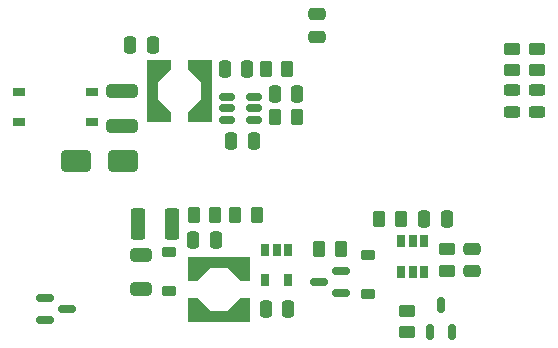
<source format=gbr>
%TF.GenerationSoftware,KiCad,Pcbnew,7.0.10*%
%TF.CreationDate,2024-01-26T14:27:53+11:00*%
%TF.ProjectId,cptibp8-pcb,63707469-6270-4382-9d70-63622e6b6963,rev?*%
%TF.SameCoordinates,Original*%
%TF.FileFunction,Paste,Bot*%
%TF.FilePolarity,Positive*%
%FSLAX46Y46*%
G04 Gerber Fmt 4.6, Leading zero omitted, Abs format (unit mm)*
G04 Created by KiCad (PCBNEW 7.0.10) date 2024-01-26 14:27:53*
%MOMM*%
%LPD*%
G01*
G04 APERTURE LIST*
G04 Aperture macros list*
%AMRoundRect*
0 Rectangle with rounded corners*
0 $1 Rounding radius*
0 $2 $3 $4 $5 $6 $7 $8 $9 X,Y pos of 4 corners*
0 Add a 4 corners polygon primitive as box body*
4,1,4,$2,$3,$4,$5,$6,$7,$8,$9,$2,$3,0*
0 Add four circle primitives for the rounded corners*
1,1,$1+$1,$2,$3*
1,1,$1+$1,$4,$5*
1,1,$1+$1,$6,$7*
1,1,$1+$1,$8,$9*
0 Add four rect primitives between the rounded corners*
20,1,$1+$1,$2,$3,$4,$5,0*
20,1,$1+$1,$4,$5,$6,$7,0*
20,1,$1+$1,$6,$7,$8,$9,0*
20,1,$1+$1,$8,$9,$2,$3,0*%
%AMFreePoly0*
4,1,9,-0.750000,0.450000,0.750000,0.450000,1.800000,1.500000,2.650000,1.500000,2.650000,-0.500000,-2.650000,-0.500000,-2.650000,1.500000,-1.800000,1.500000,-0.750000,0.450000,-0.750000,0.450000,$1*%
G04 Aperture macros list end*
%ADD10RoundRect,0.225000X0.375000X-0.225000X0.375000X0.225000X-0.375000X0.225000X-0.375000X-0.225000X0*%
%ADD11RoundRect,0.150000X0.150000X-0.512500X0.150000X0.512500X-0.150000X0.512500X-0.150000X-0.512500X0*%
%ADD12RoundRect,0.250000X-0.262500X-0.450000X0.262500X-0.450000X0.262500X0.450000X-0.262500X0.450000X0*%
%ADD13RoundRect,0.250000X0.450000X-0.262500X0.450000X0.262500X-0.450000X0.262500X-0.450000X-0.262500X0*%
%ADD14RoundRect,0.250000X0.250000X0.475000X-0.250000X0.475000X-0.250000X-0.475000X0.250000X-0.475000X0*%
%ADD15RoundRect,0.250000X-0.450000X0.262500X-0.450000X-0.262500X0.450000X-0.262500X0.450000X0.262500X0*%
%ADD16RoundRect,0.250000X0.262500X0.450000X-0.262500X0.450000X-0.262500X-0.450000X0.262500X-0.450000X0*%
%ADD17R,1.000000X0.800000*%
%ADD18RoundRect,0.150000X-0.587500X-0.150000X0.587500X-0.150000X0.587500X0.150000X-0.587500X0.150000X0*%
%ADD19RoundRect,0.150000X0.587500X0.150000X-0.587500X0.150000X-0.587500X-0.150000X0.587500X-0.150000X0*%
%ADD20RoundRect,0.250000X-0.250000X-0.475000X0.250000X-0.475000X0.250000X0.475000X-0.250000X0.475000X0*%
%ADD21RoundRect,0.150000X0.512500X0.150000X-0.512500X0.150000X-0.512500X-0.150000X0.512500X-0.150000X0*%
%ADD22RoundRect,0.243750X0.456250X-0.243750X0.456250X0.243750X-0.456250X0.243750X-0.456250X-0.243750X0*%
%ADD23RoundRect,0.250000X-1.075000X0.312500X-1.075000X-0.312500X1.075000X-0.312500X1.075000X0.312500X0*%
%ADD24FreePoly0,90.000000*%
%ADD25FreePoly0,270.000000*%
%ADD26RoundRect,0.050000X0.250000X-0.500000X0.250000X0.500000X-0.250000X0.500000X-0.250000X-0.500000X0*%
%ADD27RoundRect,0.225000X-0.375000X0.225000X-0.375000X-0.225000X0.375000X-0.225000X0.375000X0.225000X0*%
%ADD28RoundRect,0.250000X1.000000X0.650000X-1.000000X0.650000X-1.000000X-0.650000X1.000000X-0.650000X0*%
%ADD29RoundRect,0.050000X-0.250000X0.500000X-0.250000X-0.500000X0.250000X-0.500000X0.250000X0.500000X0*%
%ADD30RoundRect,0.250000X0.475000X-0.250000X0.475000X0.250000X-0.475000X0.250000X-0.475000X-0.250000X0*%
%ADD31RoundRect,0.250000X-0.650000X0.325000X-0.650000X-0.325000X0.650000X-0.325000X0.650000X0.325000X0*%
%ADD32RoundRect,0.250000X0.375000X1.075000X-0.375000X1.075000X-0.375000X-1.075000X0.375000X-1.075000X0*%
%ADD33FreePoly0,0.000000*%
%ADD34FreePoly0,180.000000*%
G04 APERTURE END LIST*
D10*
%TO.C,D6*%
X35000000Y-38900000D03*
X35000000Y-35600000D03*
%TD*%
D11*
%TO.C,U2*%
X42150000Y-42075000D03*
X40250000Y-42075000D03*
X41200000Y-39800000D03*
%TD*%
D12*
%TO.C,R10*%
X30887500Y-35050000D03*
X32712500Y-35050000D03*
%TD*%
D13*
%TO.C,R11*%
X47200000Y-19912500D03*
X47200000Y-18087500D03*
%TD*%
D14*
%TO.C,C11*%
X24787500Y-19800000D03*
X22887500Y-19800000D03*
%TD*%
%TO.C,C13*%
X16800000Y-17800000D03*
X14900000Y-17800000D03*
%TD*%
D15*
%TO.C,R9*%
X41700000Y-35087500D03*
X41700000Y-36912500D03*
%TD*%
D16*
%TO.C,R17*%
X29000000Y-23900000D03*
X27175000Y-23900000D03*
%TD*%
D17*
%TO.C,D2*%
X5500000Y-24270000D03*
X5500000Y-21730000D03*
X11650000Y-21730000D03*
X11650000Y-24270000D03*
%TD*%
D14*
%TO.C,C3*%
X22150000Y-34300000D03*
X20250000Y-34300000D03*
%TD*%
D18*
%TO.C,Q3*%
X7700000Y-41100000D03*
X7700000Y-39200000D03*
X9575000Y-40150000D03*
%TD*%
D13*
%TO.C,R8*%
X49300000Y-19912500D03*
X49300000Y-18087500D03*
%TD*%
%TO.C,R6*%
X38300000Y-42100000D03*
X38300000Y-40275000D03*
%TD*%
D12*
%TO.C,R1*%
X20287500Y-32200000D03*
X22112500Y-32200000D03*
%TD*%
D19*
%TO.C,Q1*%
X32737500Y-36900000D03*
X32737500Y-38800000D03*
X30862500Y-37850000D03*
%TD*%
D20*
%TO.C,C1*%
X27137500Y-21900000D03*
X29037500Y-21900000D03*
%TD*%
D21*
%TO.C,U5*%
X25362500Y-22200000D03*
X25362500Y-23150000D03*
X25362500Y-24100000D03*
X23087500Y-24100000D03*
X23087500Y-23150000D03*
X23087500Y-22200000D03*
%TD*%
D22*
%TO.C,D3*%
X49300000Y-23437500D03*
X49300000Y-21562500D03*
%TD*%
D12*
%TO.C,R14*%
X35975000Y-32500000D03*
X37800000Y-32500000D03*
%TD*%
D23*
%TO.C,R7*%
X14200000Y-21700000D03*
X14200000Y-24625000D03*
%TD*%
D24*
%TO.C,L2*%
X21287500Y-21700000D03*
D25*
X16787500Y-21700000D03*
%TD*%
D26*
%TO.C,U4*%
X39750000Y-37000000D03*
X38800000Y-37000000D03*
X37850000Y-37000000D03*
X37850000Y-34400000D03*
X38800000Y-34400000D03*
X39750000Y-34400000D03*
%TD*%
D27*
%TO.C,D1*%
X18200000Y-35350000D03*
X18200000Y-38650000D03*
%TD*%
D22*
%TO.C,D4*%
X47200000Y-23437500D03*
X47200000Y-21562500D03*
%TD*%
D28*
%TO.C,D8*%
X14300000Y-27600000D03*
X10300000Y-27600000D03*
%TD*%
D29*
%TO.C,U1*%
X26350000Y-35100000D03*
X27300000Y-35100000D03*
X28250000Y-35100000D03*
X28250000Y-37700000D03*
X26350000Y-37700000D03*
%TD*%
D14*
%TO.C,C12*%
X25350000Y-25900000D03*
X23450000Y-25900000D03*
%TD*%
D30*
%TO.C,C5*%
X30750000Y-17100000D03*
X30750000Y-15200000D03*
%TD*%
D20*
%TO.C,C2*%
X39800000Y-32500000D03*
X41700000Y-32500000D03*
%TD*%
D16*
%TO.C,R18*%
X28200000Y-19800000D03*
X26375000Y-19800000D03*
%TD*%
D31*
%TO.C,C4*%
X15800000Y-35525000D03*
X15800000Y-38475000D03*
%TD*%
D16*
%TO.C,R2*%
X25612500Y-32200000D03*
X23787500Y-32200000D03*
%TD*%
D32*
%TO.C,F1*%
X18400000Y-32900000D03*
X15600000Y-32900000D03*
%TD*%
D20*
%TO.C,C7*%
X26400000Y-40100000D03*
X28300000Y-40100000D03*
%TD*%
D33*
%TO.C,L1*%
X22450000Y-40750000D03*
D34*
X22450000Y-36250000D03*
%TD*%
D30*
%TO.C,C6*%
X43800000Y-36950000D03*
X43800000Y-35050000D03*
%TD*%
M02*

</source>
